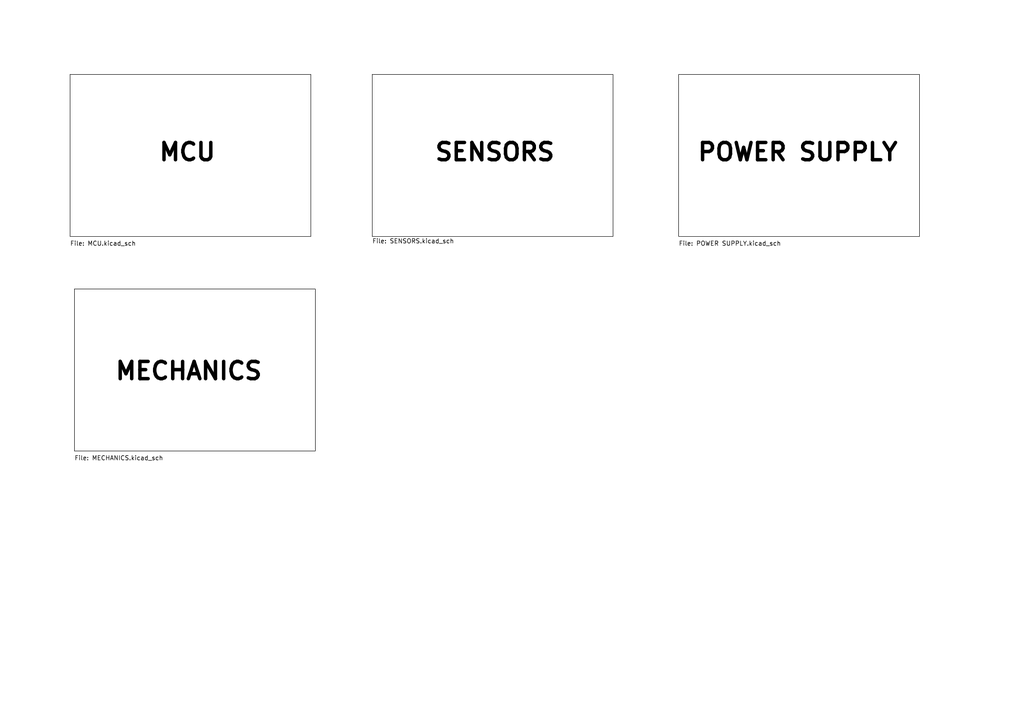
<source format=kicad_sch>
(kicad_sch (version 20230121) (generator eeschema)
  (paper "A4")
  (lib_symbols)
  (sheet (at 21.59 83.82) (size 69.85 46.99) (stroke (width 0.1524) (color 0 0 0 1)) (fill (color 255 255 255 1.0000))
    (property "Sheetname" "MECHANICS" (at 33.02 110.49 0) (effects (font (size 5 5) bold) (justify left bottom)))
    (property "Sheetfile" "MECHANICS.kicad_sch" (at 21.59 132.08 0) (effects (justify left top)))
  )
  (sheet (at 20.32 21.59) (size 69.85 46.99) (stroke (width 0.1524) (color 0 0 0 1)) (fill (color 255 255 255 1.0000))
    (property "Sheetname" "MCU" (at 45.72 46.99 0) (effects (font (size 5 5) bold) (justify left bottom)))
    (property "Sheetfile" "MCU.kicad_sch" (at 20.32 69.85 0) (effects (justify left top)))
  )
  (sheet (at 196.85 21.59) (size 69.85 46.99) (stroke (width 0.1524) (color 0 0 0 1)) (fill (color 255 255 255 1.0000))
    (property "Sheetname" "POWER SUPPLY" (at 201.93 46.99 0) (effects (font (size 5 5) bold) (justify left bottom)))
    (property "Sheetfile" "POWER SUPPLY.kicad_sch" (at 196.85 69.85 0) (effects (justify left top)))
  )
  (sheet (at 107.95 21.59) (size 69.85 46.99) (stroke (width 0.1524) (color 0 0 0 1)) (fill (color 255 255 255 1.0000))
    (property "Sheetname" "SENSORS" (at 125.73 46.99 0) (effects (font (size 5 5) bold) (justify left bottom)))
    (property "Sheetfile" "SENSORS.kicad_sch" (at 107.95 69.1646 0) (effects (justify left top)))
  )
)
</source>
